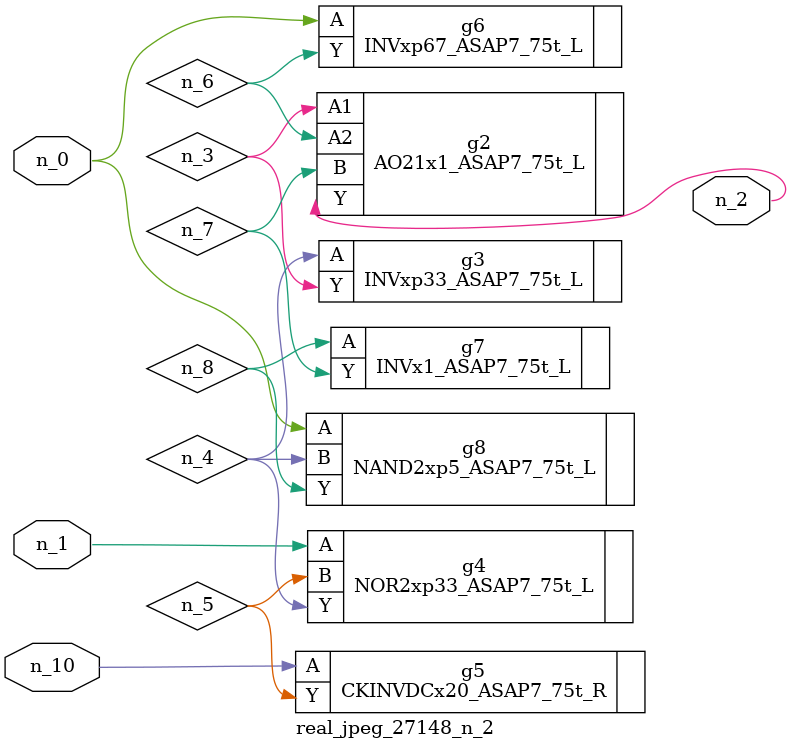
<source format=v>
module real_jpeg_27148_n_2 (n_1, n_10, n_0, n_2);

input n_1;
input n_10;
input n_0;

output n_2;

wire n_5;
wire n_4;
wire n_8;
wire n_6;
wire n_7;
wire n_3;

INVxp67_ASAP7_75t_L g6 ( 
.A(n_0),
.Y(n_6)
);

NAND2xp5_ASAP7_75t_L g8 ( 
.A(n_0),
.B(n_4),
.Y(n_8)
);

NOR2xp33_ASAP7_75t_L g4 ( 
.A(n_1),
.B(n_5),
.Y(n_4)
);

AO21x1_ASAP7_75t_L g2 ( 
.A1(n_3),
.A2(n_6),
.B(n_7),
.Y(n_2)
);

INVxp33_ASAP7_75t_L g3 ( 
.A(n_4),
.Y(n_3)
);

INVx1_ASAP7_75t_L g7 ( 
.A(n_8),
.Y(n_7)
);

CKINVDCx20_ASAP7_75t_R g5 ( 
.A(n_10),
.Y(n_5)
);


endmodule
</source>
